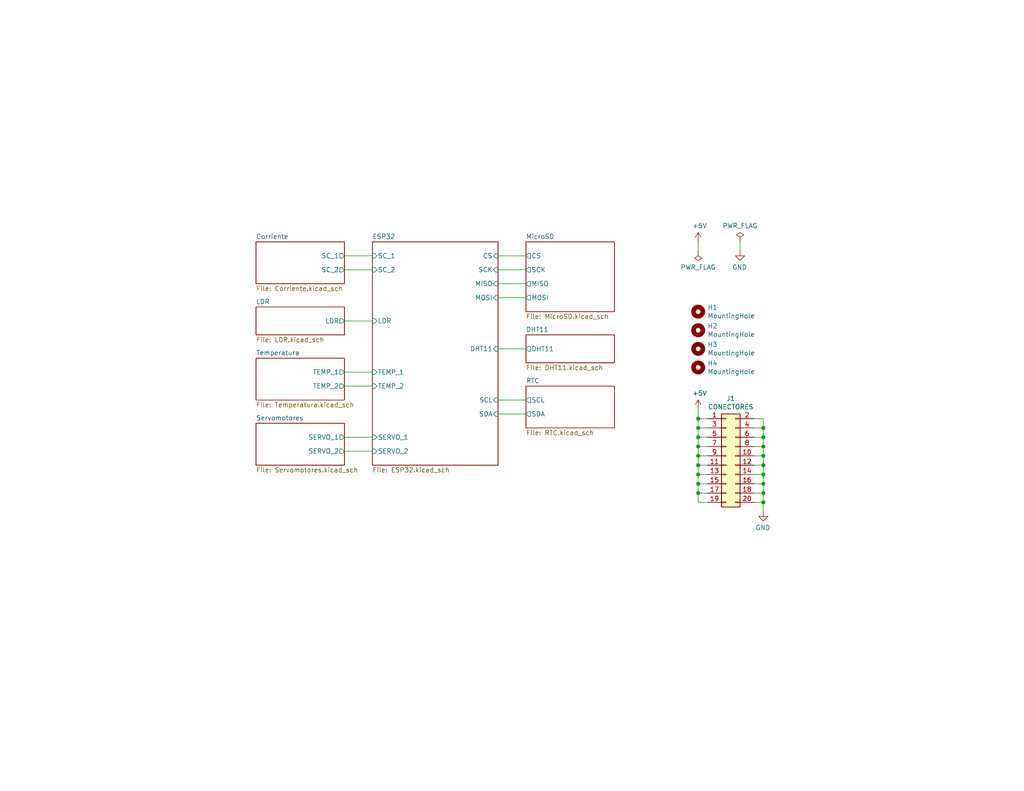
<source format=kicad_sch>
(kicad_sch (version 20211123) (generator eeschema)
  (paper "USLetter")
  (title_block (title "ESP32 SHIELD") (date "2021-01-22") (rev "1.0") (comment 1 "Shield para ESP32 con conectores directos para distintos sensores"))
  (lib_symbols
    (symbol "Connector_Generic:Conn_02x10_Odd_Even" (pin_names (offset 1.016) hide)
      (property "Reference" "J" (at 1.27 12.7 0))
      (property "Value" "Conn_02x10_Odd_Even" (at 1.27 -15.24 0))
      (symbol "Conn_02x10_Odd_Even_1_1"
        (rectangle (start -1.27 -12.573) (end 0 -12.827) (stroke (width 0.1524)))
        (rectangle (start -1.27 -10.033) (end 0 -10.287) (stroke (width 0.1524)))
        (rectangle (start -1.27 -7.493) (end 0 -7.747) (stroke (width 0.1524)))
        (rectangle (start -1.27 -4.953) (end 0 -5.207) (stroke (width 0.1524)))
        (rectangle (start -1.27 -2.413) (end 0 -2.667) (stroke (width 0.1524)))
        (rectangle (start -1.27 0.127) (end 0 -0.127) (stroke (width 0.1524)))
        (rectangle (start -1.27 2.667) (end 0 2.413) (stroke (width 0.1524)))
        (rectangle (start -1.27 5.207) (end 0 4.953) (stroke (width 0.1524)))
        (rectangle (start -1.27 7.747) (end 0 7.493) (stroke (width 0.1524)))
        (rectangle (start -1.27 10.287) (end 0 10.033) (stroke (width 0.1524)))
        (rectangle (start -1.27 11.43) (end 3.81 -13.97) (stroke (width 0.254)) (fill (type background)))
        (rectangle (start 3.81 -12.573) (end 2.54 -12.827) (stroke (width 0.1524)))
        (rectangle (start 3.81 -10.033) (end 2.54 -10.287) (stroke (width 0.1524)))
        (rectangle (start 3.81 -7.493) (end 2.54 -7.747) (stroke (width 0.1524)))
        (rectangle (start 3.81 -4.953) (end 2.54 -5.207) (stroke (width 0.1524)))
        (rectangle (start 3.81 -2.413) (end 2.54 -2.667) (stroke (width 0.1524)))
        (rectangle (start 3.81 0.127) (end 2.54 -0.127) (stroke (width 0.1524)))
        (rectangle (start 3.81 2.667) (end 2.54 2.413) (stroke (width 0.1524)))
        (rectangle (start 3.81 5.207) (end 2.54 4.953) (stroke (width 0.1524)))
        (rectangle (start 3.81 7.747) (end 2.54 7.493) (stroke (width 0.1524)))
        (rectangle (start 3.81 10.287) (end 2.54 10.033) (stroke (width 0.1524)))
        (pin passive line (at -5.08 10.16 0) (length 3.81) (name "Pin_1") (number "1"))
        (pin passive line (at 7.62 0 180) (length 3.81) (name "Pin_10") (number "10"))
        (pin passive line (at -5.08 -2.54 0) (length 3.81) (name "Pin_11") (number "11"))
        (pin passive line (at 7.62 -2.54 180) (length 3.81) (name "Pin_12") (number "12"))
        (pin passive line (at -5.08 -5.08 0) (length 3.81) (name "Pin_13") (number "13"))
        (pin passive line (at 7.62 -5.08 180) (length 3.81) (name "Pin_14") (number "14"))
        (pin passive line (at -5.08 -7.62 0) (length 3.81) (name "Pin_15") (number "15"))
        (pin passive line (at 7.62 -7.62 180) (length 3.81) (name "Pin_16") (number "16"))
        (pin passive line (at -5.08 -10.16 0) (length 3.81) (name "Pin_17") (number "17"))
        (pin passive line (at 7.62 -10.16 180) (length 3.81) (name "Pin_18") (number "18"))
        (pin passive line (at -5.08 -12.7 0) (length 3.81) (name "Pin_19") (number "19"))
        (pin passive line (at 7.62 10.16 180) (length 3.81) (name "Pin_2") (number "2"))
        (pin passive line (at 7.62 -12.7 180) (length 3.81) (name "Pin_20") (number "20"))
        (pin passive line (at -5.08 7.62 0) (length 3.81) (name "Pin_3") (number "3"))
        (pin passive line (at 7.62 7.62 180) (length 3.81) (name "Pin_4") (number "4"))
        (pin passive line (at -5.08 5.08 0) (length 3.81) (name "Pin_5") (number "5"))
        (pin passive line (at 7.62 5.08 180) (length 3.81) (name "Pin_6") (number "6"))
        (pin passive line (at -5.08 2.54 0) (length 3.81) (name "Pin_7") (number "7"))
        (pin passive line (at 7.62 2.54 180) (length 3.81) (name "Pin_8") (number "8"))
        (pin passive line (at -5.08 0 0) (length 3.81) (name "Pin_9") (number "9"))
      )
    )
    (symbol "Mechanical:MountingHole" (pin_names (offset 1.016))
      (property "Reference" "H" (at 0 5.08 0))
      (property "Value" "MountingHole" (at 0 3.175 0))
      (symbol "MountingHole_0_1"
        (circle (center 0 0) (radius 1.27) (stroke (width 1.27)))
      )
    )
    (symbol "power:+5V" (power) (pin_names (offset 0))
      (property "Value" "+5V" (at 0 3.556 0))
      (symbol "+5V_0_1"
        (polyline (pts (xy -0.762 1.27) (xy 0 2.54)))
        (polyline (pts (xy 0 0) (xy 0 2.54)))
        (polyline (pts (xy 0 2.54) (xy 0.762 1.27)))
      )
      (symbol "+5V_1_1"
        (pin power_in line (at 0 0 90) (length 0) hide (name "+5V") (number "1"))
      )
    )
    (symbol "power:GND" (power) (pin_names (offset 0))
      (property "Value" "GND" (at 0 -3.81 0))
      (symbol "GND_0_1"
        (polyline (pts (xy 0 0) (xy 0 -1.27) (xy 1.27 -1.27) (xy 0 -2.54) (xy -1.27 -1.27) (xy 0 -1.27)))
      )
      (symbol "GND_1_1"
        (pin power_in line (at 0 0 270) (length 0) hide (name "GND") (number "1"))
      )
    )
    (symbol "power:PWR_FLAG" (power) (pin_numbers hide) (pin_names (offset 0) hide)
      (property "Value" "PWR_FLAG" (at 0 3.81 0))
      (symbol "PWR_FLAG_0_0"
        (pin power_out line (at 0 0 90) (length 0) (name "pwr") (number "1"))
      )
      (symbol "PWR_FLAG_0_1"
        (polyline (pts (xy 0 0) (xy 0 1.27) (xy -1.016 1.905) (xy 0 2.54) (xy 1.016 1.905) (xy 0 1.27)))
      )
    )
  )
  (junction (at 208.28 127))
  (junction (at 190.5 114.3))
  (junction (at 208.28 137.16))
  (junction (at 208.28 124.46))
  (junction (at 190.5 127))
  (junction (at 190.5 119.38))
  (junction (at 190.5 116.84))
  (junction (at 190.5 129.54))
  (junction (at 190.5 124.46))
  (junction (at 208.28 116.84))
  (junction (at 190.5 132.08))
  (junction (at 190.5 134.62))
  (junction (at 208.28 134.62))
  (junction (at 208.28 119.38))
  (junction (at 208.28 129.54))
  (junction (at 208.28 132.08))
  (junction (at 190.5 121.92))
  (junction (at 208.28 121.92))
  (wire (pts (xy 190.5 127) (xy 190.5 124.46)))
  (wire (pts (xy 190.5 119.38) (xy 190.5 116.84)))
  (wire (pts (xy 190.5 132.08) (xy 190.5 129.54)))
  (wire (pts (xy 205.74 124.46) (xy 208.28 124.46)))
  (wire (pts (xy 135.89 95.25) (xy 143.51 95.25)))
  (wire (pts (xy 201.93 66.04) (xy 201.93 68.58)))
  (wire (pts (xy 205.74 121.92) (xy 208.28 121.92)))
  (wire (pts (xy 101.6 87.63) (xy 93.98 87.63)))
  (wire (pts (xy 190.5 124.46) (xy 190.5 121.92)))
  (wire (pts (xy 205.74 137.16) (xy 208.28 137.16)))
  (wire (pts (xy 208.28 127) (xy 208.28 129.54)))
  (wire (pts (xy 208.28 114.3) (xy 208.28 116.84)))
  (wire (pts (xy 93.98 101.6) (xy 101.6 101.6)))
  (wire (pts (xy 205.74 132.08) (xy 208.28 132.08)))
  (wire (pts (xy 193.04 121.92) (xy 190.5 121.92)))
  (wire (pts (xy 93.98 123.19) (xy 101.6 123.19)))
  (wire (pts (xy 190.5 121.92) (xy 190.5 119.38)))
  (wire (pts (xy 208.28 129.54) (xy 208.28 132.08)))
  (wire (pts (xy 135.89 69.85) (xy 143.51 69.85)))
  (wire (pts (xy 193.04 137.16) (xy 190.5 137.16)))
  (wire (pts (xy 135.89 113.03) (xy 143.51 113.03)))
  (wire (pts (xy 208.28 119.38) (xy 208.28 121.92)))
  (wire (pts (xy 193.04 114.3) (xy 190.5 114.3)))
  (wire (pts (xy 193.04 132.08) (xy 190.5 132.08)))
  (wire (pts (xy 193.04 119.38) (xy 190.5 119.38)))
  (wire (pts (xy 190.5 111.76) (xy 190.5 114.3)))
  (wire (pts (xy 190.5 66.04) (xy 190.5 68.58)))
  (wire (pts (xy 135.89 73.66) (xy 143.51 73.66)))
  (wire (pts (xy 135.89 81.28) (xy 143.51 81.28)))
  (wire (pts (xy 208.28 121.92) (xy 208.28 124.46)))
  (wire (pts (xy 190.5 129.54) (xy 190.5 127)))
  (wire (pts (xy 208.28 134.62) (xy 208.28 137.16)))
  (wire (pts (xy 205.74 127) (xy 208.28 127)))
  (wire (pts (xy 208.28 116.84) (xy 208.28 119.38)))
  (wire (pts (xy 193.04 134.62) (xy 190.5 134.62)))
  (wire (pts (xy 93.98 69.85) (xy 101.6 69.85)))
  (wire (pts (xy 205.74 129.54) (xy 208.28 129.54)))
  (wire (pts (xy 208.28 124.46) (xy 208.28 127)))
  (wire (pts (xy 193.04 127) (xy 190.5 127)))
  (wire (pts (xy 135.89 77.47) (xy 143.51 77.47)))
  (wire (pts (xy 190.5 137.16) (xy 190.5 134.62)))
  (wire (pts (xy 205.74 116.84) (xy 208.28 116.84)))
  (wire (pts (xy 93.98 105.41) (xy 101.6 105.41)))
  (wire (pts (xy 193.04 124.46) (xy 190.5 124.46)))
  (wire (pts (xy 93.98 119.38) (xy 101.6 119.38)))
  (wire (pts (xy 135.89 109.22) (xy 143.51 109.22)))
  (wire (pts (xy 205.74 114.3) (xy 208.28 114.3)))
  (wire (pts (xy 208.28 132.08) (xy 208.28 134.62)))
  (wire (pts (xy 193.04 129.54) (xy 190.5 129.54)))
  (wire (pts (xy 193.04 116.84) (xy 190.5 116.84)))
  (wire (pts (xy 205.74 134.62) (xy 208.28 134.62)))
  (wire (pts (xy 208.28 139.7) (xy 208.28 137.16)))
  (wire (pts (xy 190.5 116.84) (xy 190.5 114.3)))
  (wire (pts (xy 205.74 119.38) (xy 208.28 119.38)))
  (wire (pts (xy 93.98 73.66) (xy 101.6 73.66)))
  (wire (pts (xy 190.5 134.62) (xy 190.5 132.08)))
  (symbol (lib_id "power:+5V") (at 190.5 111.76 0) (unit 1)
    (property "Reference" "#PWR02" (effects hide))
    (property "Value" "+5V" (at 190.881 107.3658 0))
  )
  (symbol (lib_id "power:GND") (at 208.28 139.7 0) (mirror y) (unit 1)
    (property "Reference" "#PWR04" (effects hide))
    (property "Value" "GND" (at 208.153 144.0942 0))
  )
  (symbol (lib_id "power:+5V") (at 190.5 66.04 0) (unit 1)
    (property "Reference" "#PWR01" (effects hide))
    (property "Value" "+5V" (at 190.881 61.6458 0))
  )
  (symbol (lib_id "power:GND") (at 201.93 68.58 0) (mirror y) (unit 1)
    (property "Reference" "#PWR03" (effects hide))
    (property "Value" "GND" (at 201.803 72.9742 0))
  )
  (symbol (lib_id "power:PWR_FLAG") (at 190.5 68.58 180) (unit 1)
    (property "Reference" "#FLG01" (effects hide))
    (property "Value" "PWR_FLAG" (at 190.5 72.9742 0))
  )
  (symbol (lib_id "power:PWR_FLAG") (at 201.93 66.04 0) (unit 1)
    (property "Reference" "#FLG02" (effects hide))
    (property "Value" "PWR_FLAG" (at 201.93 61.6458 0))
  )
  (symbol (lib_id "Mechanical:MountingHole") (at 190.5 90.17 0) (unit 1)
    (property "Reference" "H2" (at 193.04 89.0016 0) (effects (justify left)))
    (property "Value" "MountingHole" (at 193.04 91.313 0) (effects (justify left)))
    (property "Footprint" "MountingHole:MountingHole_3.2mm_M3_ISO7380_Pad" (effects hide))
  )
  (symbol (lib_id "Mechanical:MountingHole") (at 190.5 100.33 180) (unit 1)
    (property "Reference" "H4" (at 193.04 99.1616 0) (effects (justify right)))
    (property "Value" "MountingHole" (at 193.04 101.473 0) (effects (justify right)))
    (property "Footprint" "MountingHole:MountingHole_3.2mm_M3_ISO7380_Pad" (effects hide))
  )
  (symbol (lib_id "Mechanical:MountingHole") (at 190.5 85.09 0) (unit 1)
    (property "Reference" "H1" (at 193.04 83.9216 0) (effects (justify left)))
    (property "Value" "MountingHole" (at 193.04 86.233 0) (effects (justify left)))
    (property "Footprint" "MountingHole:MountingHole_3.2mm_M3_ISO7380_Pad" (effects hide))
  )
  (symbol (lib_id "Mechanical:MountingHole") (at 190.5 95.25 180) (unit 1)
    (property "Reference" "H3" (at 193.04 94.0816 0) (effects (justify right)))
    (property "Value" "MountingHole" (at 193.04 96.393 0) (effects (justify right)))
    (property "Footprint" "MountingHole:MountingHole_3.2mm_M3_ISO7380_Pad" (effects hide))
  )
  (symbol (lib_id "Connector_Generic:Conn_02x10_Odd_Even") (at 198.12 124.46 0) (unit 1)
    (property "Reference" "J1" (at 199.39 108.7882 0))
    (property "Value" "CONECTORES" (at 199.39 111.0996 0))
    (property "Footprint" "Connector_PinHeader_2.54mm:PinHeader_2x10_P2.54mm_Vertical" (effects hide))
    (property "PartNumber" "2011H-2X05G01SJ030B" (effects hide))
  )
  (sheet (at 101.6 66.04) (size 34.29 60.96)
    (property "Sheet name" "ESP32" (at 101.6 65.3284 0) (effects (justify left bottom)))
    (property "Sheet file" "ESP32.kicad_sch" (at 101.6 127.5846 0) (effects (justify left top)))
    (pin "TEMP_1" input (at 101.6 101.6 180))
    (pin "TEMP_2" input (at 101.6 105.41 180))
    (pin "SERVO_1" input (at 101.6 119.38 180))
    (pin "SERVO_2" input (at 101.6 123.19 180))
    (pin "SC_1" input (at 101.6 69.85 180))
    (pin "LDR" input (at 101.6 87.63 180))
    (pin "SC_2" input (at 101.6 73.66 180))
    (pin "MOSI" input (at 135.89 81.28 0))
    (pin "SCL" input (at 135.89 109.22 0))
    (pin "SDA" input (at 135.89 113.03 0))
    (pin "MISO" input (at 135.89 77.47 0))
    (pin "SCK" input (at 135.89 73.66 0))
    (pin "CS" input (at 135.89 69.85 0))
    (pin "DHT11" input (at 135.89 95.25 0))
  )
  (sheet (at 69.85 97.79) (size 24.13 11.43)
    (property "Sheet name" "Temperatura" (at 69.85 97.0784 0) (effects (justify left bottom)))
    (property "Sheet file" "Temperatura.kicad_sch" (at 69.85 109.8046 0) (effects (justify left top)))
    (pin "TEMP_1" output (at 93.98 101.6 0))
    (pin "TEMP_2" output (at 93.98 105.41 0))
  )
  (sheet (at 69.85 115.57) (size 24.13 11.43)
    (property "Sheet name" "Servomotores" (at 69.85 114.8584 0) (effects (justify left bottom)))
    (property "Sheet file" "Servomotores.kicad_sch" (at 69.85 127.5846 0) (effects (justify left top)))
    (pin "SERVO_1" output (at 93.98 119.38 0))
    (pin "SERVO_2" output (at 93.98 123.19 0))
  )
  (sheet (at 69.85 66.04) (size 24.13 11.43)
    (property "Sheet name" "Corriente" (at 69.85 65.3284 0) (effects (justify left bottom)))
    (property "Sheet file" "Corriente.kicad_sch" (at 69.85 78.0546 0) (effects (justify left top)))
    (pin "SC_1" output (at 93.98 69.85 0))
    (pin "SC_2" output (at 93.98 73.66 0))
  )
  (sheet (at 143.51 91.44) (size 24.13 7.62)
    (property "Sheet name" "DHT11" (at 143.51 90.7284 0) (effects (justify left bottom)))
    (property "Sheet file" "DHT11.kicad_sch" (at 143.51 99.6446 0) (effects (justify left top)))
    (pin "DHT11" output (at 143.51 95.25 180))
  )
  (sheet (at 143.51 105.41) (size 24.13 11.43)
    (property "Sheet name" "RTC" (at 143.51 104.6984 0) (effects (justify left bottom)))
    (property "Sheet file" "RTC.kicad_sch" (at 143.51 117.4246 0) (effects (justify left top)))
    (pin "SCL" output (at 143.51 109.22 180))
    (pin "SDA" output (at 143.51 113.03 180))
  )
  (sheet (at 69.85 83.82) (size 24.13 7.62)
    (property "Sheet name" "LDR" (at 69.85 83.1084 0) (effects (justify left bottom)))
    (property "Sheet file" "LDR.kicad_sch" (at 69.85 92.0246 0) (effects (justify left top)))
    (pin "LDR" output (at 93.98 87.63 0))
  )
  (sheet (at 143.51 66.04) (size 24.13 19.05)
    (property "Sheet name" "MicroSD" (at 143.51 65.3284 0) (effects (justify left bottom)))
    (property "Sheet file" "MicroSD.kicad_sch" (at 143.51 85.6746 0) (effects (justify left top)))
    (pin "CS" output (at 143.51 69.85 180))
    (pin "SCK" output (at 143.51 73.66 180))
    (pin "MOSI" output (at 143.51 81.28 180))
    (pin "MISO" output (at 143.51 77.47 180))
  )
)
</source>
